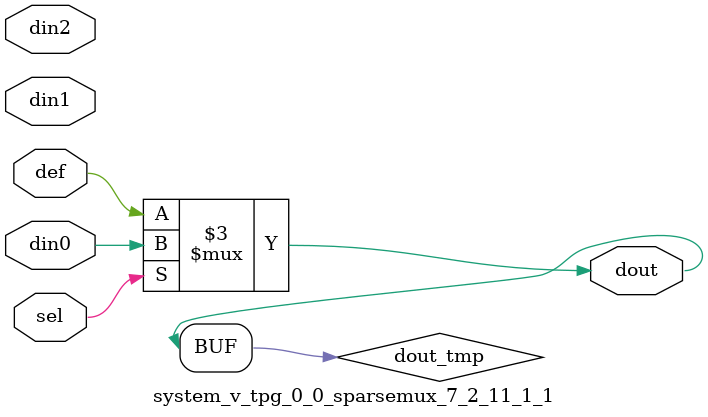
<source format=v>
`timescale 1ns / 1ps

module system_v_tpg_0_0_sparsemux_7_2_11_1_1 (din0,din1,din2,def,sel,dout);

parameter din0_WIDTH = 1;

parameter din1_WIDTH = 1;

parameter din2_WIDTH = 1;

parameter def_WIDTH = 1;
parameter sel_WIDTH = 1;
parameter dout_WIDTH = 1;

parameter [sel_WIDTH-1:0] CASE0 = 1;

parameter [sel_WIDTH-1:0] CASE1 = 1;

parameter [sel_WIDTH-1:0] CASE2 = 1;

parameter ID = 1;
parameter NUM_STAGE = 1;



input [din0_WIDTH-1:0] din0;

input [din1_WIDTH-1:0] din1;

input [din2_WIDTH-1:0] din2;

input [def_WIDTH-1:0] def;
input [sel_WIDTH-1:0] sel;

output [dout_WIDTH-1:0] dout;



reg [dout_WIDTH-1:0] dout_tmp;


always @ (*) begin
(* parallel_case *) case (sel)
    
    CASE0 : dout_tmp = din0;
    
    CASE1 : dout_tmp = din1;
    
    CASE2 : dout_tmp = din2;
    
    default : dout_tmp = def;
endcase
end


assign dout = dout_tmp;



endmodule

</source>
